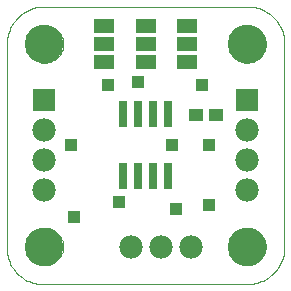
<source format=gbs>
G75*
G70*
%OFA0B0*%
%FSLAX24Y24*%
%IPPOS*%
%LPD*%
%AMOC8*
5,1,8,0,0,1.08239X$1,22.5*
%
%ADD10C,0.0000*%
%ADD11C,0.1290*%
%ADD12R,0.0780X0.0780*%
%ADD13C,0.0780*%
%ADD14R,0.0280X0.0910*%
%ADD15R,0.0473X0.0434*%
%ADD16R,0.0670X0.0500*%
%ADD17R,0.0396X0.0396*%
D10*
X000536Y001785D02*
X000534Y001719D01*
X000536Y001653D01*
X000542Y001587D01*
X000551Y001521D01*
X000564Y001456D01*
X000581Y001391D01*
X000601Y001328D01*
X000625Y001266D01*
X000652Y001206D01*
X000683Y001147D01*
X000717Y001089D01*
X000754Y001034D01*
X000794Y000981D01*
X000837Y000931D01*
X000882Y000882D01*
X000931Y000837D01*
X000981Y000794D01*
X001034Y000754D01*
X001089Y000717D01*
X001147Y000683D01*
X001206Y000652D01*
X001266Y000625D01*
X001328Y000601D01*
X001391Y000581D01*
X001456Y000564D01*
X001521Y000551D01*
X001587Y000542D01*
X001653Y000536D01*
X001719Y000534D01*
X001785Y000536D01*
X001785Y000535D02*
X008535Y000535D01*
X008603Y000537D01*
X008670Y000542D01*
X008737Y000551D01*
X008804Y000564D01*
X008869Y000581D01*
X008934Y000600D01*
X008998Y000624D01*
X009060Y000651D01*
X009121Y000681D01*
X009179Y000714D01*
X009236Y000750D01*
X009291Y000790D01*
X009344Y000832D01*
X009395Y000878D01*
X009442Y000925D01*
X009488Y000976D01*
X009530Y001029D01*
X009570Y001084D01*
X009606Y001141D01*
X009639Y001199D01*
X009669Y001260D01*
X009696Y001322D01*
X009720Y001386D01*
X009739Y001451D01*
X009756Y001516D01*
X009769Y001583D01*
X009778Y001650D01*
X009783Y001717D01*
X009785Y001785D01*
X009785Y008535D01*
X009783Y008603D01*
X009778Y008670D01*
X009769Y008737D01*
X009756Y008804D01*
X009739Y008869D01*
X009720Y008934D01*
X009696Y008998D01*
X009669Y009060D01*
X009639Y009121D01*
X009606Y009179D01*
X009570Y009236D01*
X009530Y009291D01*
X009488Y009344D01*
X009442Y009395D01*
X009395Y009442D01*
X009344Y009488D01*
X009291Y009530D01*
X009236Y009570D01*
X009179Y009606D01*
X009121Y009639D01*
X009060Y009669D01*
X008998Y009696D01*
X008934Y009720D01*
X008869Y009739D01*
X008804Y009756D01*
X008737Y009769D01*
X008670Y009778D01*
X008603Y009783D01*
X008535Y009785D01*
X001785Y009785D01*
X001160Y008535D02*
X001162Y008585D01*
X001168Y008634D01*
X001178Y008683D01*
X001191Y008730D01*
X001209Y008777D01*
X001230Y008822D01*
X001254Y008865D01*
X001282Y008906D01*
X001313Y008945D01*
X001347Y008981D01*
X001384Y009015D01*
X001424Y009045D01*
X001465Y009072D01*
X001509Y009096D01*
X001554Y009116D01*
X001601Y009132D01*
X001649Y009145D01*
X001698Y009154D01*
X001748Y009159D01*
X001797Y009160D01*
X001847Y009157D01*
X001896Y009150D01*
X001945Y009139D01*
X001992Y009125D01*
X002038Y009106D01*
X002083Y009084D01*
X002126Y009059D01*
X002166Y009030D01*
X002204Y008998D01*
X002240Y008964D01*
X002273Y008926D01*
X002302Y008886D01*
X002328Y008844D01*
X002351Y008800D01*
X002370Y008754D01*
X002386Y008707D01*
X002398Y008658D01*
X002406Y008609D01*
X002410Y008560D01*
X002410Y008510D01*
X002406Y008461D01*
X002398Y008412D01*
X002386Y008363D01*
X002370Y008316D01*
X002351Y008270D01*
X002328Y008226D01*
X002302Y008184D01*
X002273Y008144D01*
X002240Y008106D01*
X002204Y008072D01*
X002166Y008040D01*
X002126Y008011D01*
X002083Y007986D01*
X002038Y007964D01*
X001992Y007945D01*
X001945Y007931D01*
X001896Y007920D01*
X001847Y007913D01*
X001797Y007910D01*
X001748Y007911D01*
X001698Y007916D01*
X001649Y007925D01*
X001601Y007938D01*
X001554Y007954D01*
X001509Y007974D01*
X001465Y007998D01*
X001424Y008025D01*
X001384Y008055D01*
X001347Y008089D01*
X001313Y008125D01*
X001282Y008164D01*
X001254Y008205D01*
X001230Y008248D01*
X001209Y008293D01*
X001191Y008340D01*
X001178Y008387D01*
X001168Y008436D01*
X001162Y008485D01*
X001160Y008535D01*
X000535Y008535D02*
X000535Y001785D01*
X001160Y001785D02*
X001162Y001835D01*
X001168Y001884D01*
X001178Y001933D01*
X001191Y001980D01*
X001209Y002027D01*
X001230Y002072D01*
X001254Y002115D01*
X001282Y002156D01*
X001313Y002195D01*
X001347Y002231D01*
X001384Y002265D01*
X001424Y002295D01*
X001465Y002322D01*
X001509Y002346D01*
X001554Y002366D01*
X001601Y002382D01*
X001649Y002395D01*
X001698Y002404D01*
X001748Y002409D01*
X001797Y002410D01*
X001847Y002407D01*
X001896Y002400D01*
X001945Y002389D01*
X001992Y002375D01*
X002038Y002356D01*
X002083Y002334D01*
X002126Y002309D01*
X002166Y002280D01*
X002204Y002248D01*
X002240Y002214D01*
X002273Y002176D01*
X002302Y002136D01*
X002328Y002094D01*
X002351Y002050D01*
X002370Y002004D01*
X002386Y001957D01*
X002398Y001908D01*
X002406Y001859D01*
X002410Y001810D01*
X002410Y001760D01*
X002406Y001711D01*
X002398Y001662D01*
X002386Y001613D01*
X002370Y001566D01*
X002351Y001520D01*
X002328Y001476D01*
X002302Y001434D01*
X002273Y001394D01*
X002240Y001356D01*
X002204Y001322D01*
X002166Y001290D01*
X002126Y001261D01*
X002083Y001236D01*
X002038Y001214D01*
X001992Y001195D01*
X001945Y001181D01*
X001896Y001170D01*
X001847Y001163D01*
X001797Y001160D01*
X001748Y001161D01*
X001698Y001166D01*
X001649Y001175D01*
X001601Y001188D01*
X001554Y001204D01*
X001509Y001224D01*
X001465Y001248D01*
X001424Y001275D01*
X001384Y001305D01*
X001347Y001339D01*
X001313Y001375D01*
X001282Y001414D01*
X001254Y001455D01*
X001230Y001498D01*
X001209Y001543D01*
X001191Y001590D01*
X001178Y001637D01*
X001168Y001686D01*
X001162Y001735D01*
X001160Y001785D01*
X000535Y008535D02*
X000537Y008603D01*
X000542Y008670D01*
X000551Y008737D01*
X000564Y008804D01*
X000581Y008869D01*
X000600Y008934D01*
X000624Y008998D01*
X000651Y009060D01*
X000681Y009121D01*
X000714Y009179D01*
X000750Y009236D01*
X000790Y009291D01*
X000832Y009344D01*
X000878Y009395D01*
X000925Y009442D01*
X000976Y009488D01*
X001029Y009530D01*
X001084Y009570D01*
X001141Y009606D01*
X001199Y009639D01*
X001260Y009669D01*
X001322Y009696D01*
X001386Y009720D01*
X001451Y009739D01*
X001516Y009756D01*
X001583Y009769D01*
X001650Y009778D01*
X001717Y009783D01*
X001785Y009785D01*
X007910Y008535D02*
X007912Y008585D01*
X007918Y008634D01*
X007928Y008683D01*
X007941Y008730D01*
X007959Y008777D01*
X007980Y008822D01*
X008004Y008865D01*
X008032Y008906D01*
X008063Y008945D01*
X008097Y008981D01*
X008134Y009015D01*
X008174Y009045D01*
X008215Y009072D01*
X008259Y009096D01*
X008304Y009116D01*
X008351Y009132D01*
X008399Y009145D01*
X008448Y009154D01*
X008498Y009159D01*
X008547Y009160D01*
X008597Y009157D01*
X008646Y009150D01*
X008695Y009139D01*
X008742Y009125D01*
X008788Y009106D01*
X008833Y009084D01*
X008876Y009059D01*
X008916Y009030D01*
X008954Y008998D01*
X008990Y008964D01*
X009023Y008926D01*
X009052Y008886D01*
X009078Y008844D01*
X009101Y008800D01*
X009120Y008754D01*
X009136Y008707D01*
X009148Y008658D01*
X009156Y008609D01*
X009160Y008560D01*
X009160Y008510D01*
X009156Y008461D01*
X009148Y008412D01*
X009136Y008363D01*
X009120Y008316D01*
X009101Y008270D01*
X009078Y008226D01*
X009052Y008184D01*
X009023Y008144D01*
X008990Y008106D01*
X008954Y008072D01*
X008916Y008040D01*
X008876Y008011D01*
X008833Y007986D01*
X008788Y007964D01*
X008742Y007945D01*
X008695Y007931D01*
X008646Y007920D01*
X008597Y007913D01*
X008547Y007910D01*
X008498Y007911D01*
X008448Y007916D01*
X008399Y007925D01*
X008351Y007938D01*
X008304Y007954D01*
X008259Y007974D01*
X008215Y007998D01*
X008174Y008025D01*
X008134Y008055D01*
X008097Y008089D01*
X008063Y008125D01*
X008032Y008164D01*
X008004Y008205D01*
X007980Y008248D01*
X007959Y008293D01*
X007941Y008340D01*
X007928Y008387D01*
X007918Y008436D01*
X007912Y008485D01*
X007910Y008535D01*
X007910Y001785D02*
X007912Y001835D01*
X007918Y001884D01*
X007928Y001933D01*
X007941Y001980D01*
X007959Y002027D01*
X007980Y002072D01*
X008004Y002115D01*
X008032Y002156D01*
X008063Y002195D01*
X008097Y002231D01*
X008134Y002265D01*
X008174Y002295D01*
X008215Y002322D01*
X008259Y002346D01*
X008304Y002366D01*
X008351Y002382D01*
X008399Y002395D01*
X008448Y002404D01*
X008498Y002409D01*
X008547Y002410D01*
X008597Y002407D01*
X008646Y002400D01*
X008695Y002389D01*
X008742Y002375D01*
X008788Y002356D01*
X008833Y002334D01*
X008876Y002309D01*
X008916Y002280D01*
X008954Y002248D01*
X008990Y002214D01*
X009023Y002176D01*
X009052Y002136D01*
X009078Y002094D01*
X009101Y002050D01*
X009120Y002004D01*
X009136Y001957D01*
X009148Y001908D01*
X009156Y001859D01*
X009160Y001810D01*
X009160Y001760D01*
X009156Y001711D01*
X009148Y001662D01*
X009136Y001613D01*
X009120Y001566D01*
X009101Y001520D01*
X009078Y001476D01*
X009052Y001434D01*
X009023Y001394D01*
X008990Y001356D01*
X008954Y001322D01*
X008916Y001290D01*
X008876Y001261D01*
X008833Y001236D01*
X008788Y001214D01*
X008742Y001195D01*
X008695Y001181D01*
X008646Y001170D01*
X008597Y001163D01*
X008547Y001160D01*
X008498Y001161D01*
X008448Y001166D01*
X008399Y001175D01*
X008351Y001188D01*
X008304Y001204D01*
X008259Y001224D01*
X008215Y001248D01*
X008174Y001275D01*
X008134Y001305D01*
X008097Y001339D01*
X008063Y001375D01*
X008032Y001414D01*
X008004Y001455D01*
X007980Y001498D01*
X007959Y001543D01*
X007941Y001590D01*
X007928Y001637D01*
X007918Y001686D01*
X007912Y001735D01*
X007910Y001785D01*
D11*
X008535Y001785D03*
X008535Y008535D03*
X001785Y008535D03*
X001785Y001785D03*
D12*
X001785Y006660D03*
X008535Y006660D03*
D13*
X008535Y005660D03*
X008535Y004660D03*
X008535Y003660D03*
X006660Y001785D03*
X005660Y001785D03*
X004660Y001785D03*
X001785Y003660D03*
X001785Y004660D03*
X001785Y005660D03*
D14*
X004410Y006190D03*
X004910Y006190D03*
X005410Y006190D03*
X005910Y006190D03*
X005910Y004130D03*
X005410Y004130D03*
X004910Y004130D03*
X004410Y004130D03*
D15*
X006825Y006160D03*
X007495Y006160D03*
D16*
X006535Y007935D03*
X006535Y008535D03*
X006535Y009135D03*
X005160Y009135D03*
X005160Y008535D03*
X005160Y007935D03*
X003785Y007935D03*
X003785Y008535D03*
X003785Y009135D03*
D17*
X004910Y007285D03*
X003910Y007160D03*
X002660Y005160D03*
X004285Y003285D03*
X002785Y002785D03*
X006035Y005160D03*
X007285Y005160D03*
X007035Y007160D03*
X007285Y003160D03*
X006160Y003035D03*
M02*

</source>
